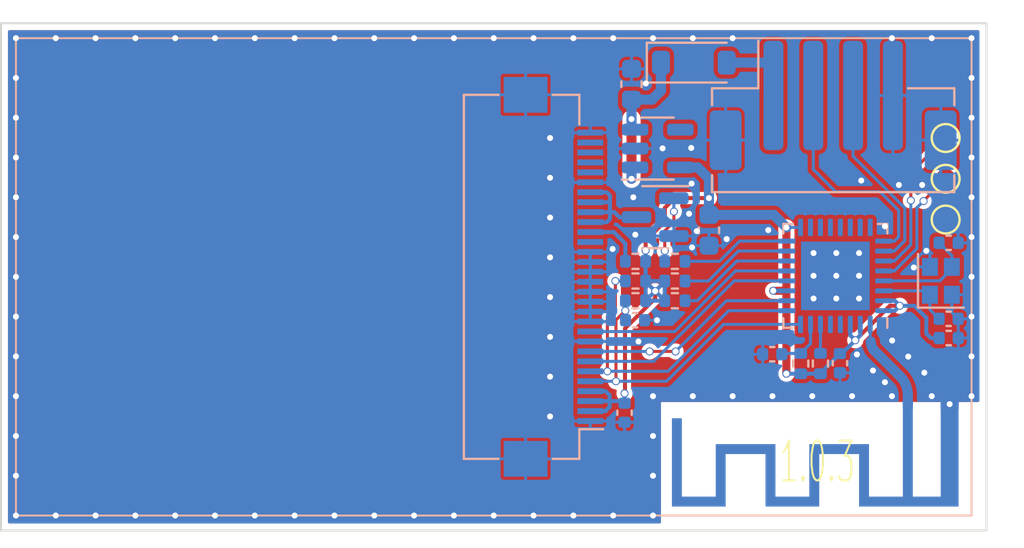
<source format=kicad_pcb>
(kicad_pcb (version 20221018) (generator pcbnew)
  (layers (0 "F.Cu" signal) (31 "B.Cu" signal) (34 "B.Paste" user) (35 "F.Paste" user) (36 "B.SilkS" user "B.Silkscreen") (37 "F.SilkS" user "F.Silkscreen") (38 "B.Mask" user) (39 "F.Mask" user) (44 "Edge.Cuts" user))
  (net 0 "")
  (net 1 "/MCU_LNA")
  (net 2 "GND")
  (net 3 "/USB_VCC")
  (net 4 "/MCU_VCC")
  (net 5 "/40M_P")
  (net 6 "/40M_N")
  (net 7 "/MCU_RST")
  (net 8 "/USB_DP")
  (net 9 "/DBG_TX")
  (net 10 "/DBG_RX")
  (net 11 "/MCU_IO9")
  (net 14 "/MCU_IO2")
  (net 15 "/MCU_IO8")
  (net 23 "/USB_DN")
  (net 24 "/TFT_LEDK")
  (net 25 "/TFT_LEDA")
  (net 26 "/TFT_SDI")
  (net 27 "/TFT_DC")
  (net 28 "/TFT_CLK")
  (net 29 "/TFT_CS")
  (net 30 "/TFT_BLK")
  (net 31 "Net-(Q1-B)")
  (net 38 "/TFT_RST")
  (net 39 "Net-(D1-K)")
  (footprint "TestPoint:TestPoint_Pad_D1.0mm" (layer "F.Cu") (at 147.7 66.02 180)
    (fp_text reference "TP6")
    (fp_text value "TestPoint")
    (pad "1" smd circle (at 0 0 180) (size 1 1) (layers "F.Cu" "F.Mask") (net 10 "/DBG_RX"))
  )
  (footprint "TestPoint:TestPoint_Pad_D1.0mm" (layer "F.Cu") (at 147.7 68.07 180)
    (fp_text reference "TP5")
    (fp_text value "TestPoint")
    (pad "1" smd circle (at 0 0 180) (size 1 1) (layers "F.Cu" "F.Mask") (net 9 "/DBG_TX"))
  )
  (footprint "TestPoint:TestPoint_Pad_D1.0mm" (layer "F.Cu") (at 147.7 70.12 180)
    (fp_text reference "TP7")
    (fp_text value "TestPoint")
    (pad "1" smd circle (at 0 0 180) (size 1 1) (layers "F.Cu" "F.Mask") (net 2 "GND"))
  )
  (footprint "Capacitor_SMD:C_0603_1608Metric" (layer "B.Cu") (at 131.92 63.315 90)
    (fp_text reference "C1")
    (fp_text value "106")
    (pad "1" smd roundrect (at -0.775 0 90) (size 0.9 0.95) (layers "B.Cu" "B.Paste" "B.Mask") (net 39 "Net-(D1-K)"))
    (pad "2" smd roundrect (at 0.775 0 90) (size 0.9 0.95) (layers "B.Cu" "B.Paste" "B.Mask") (net 2 "GND"))
  )
  (footprint "Capacitor_SMD:C_0402_1005Metric" (layer "B.Cu") (at 147.85 71.29 180)
    (fp_text reference "C4")
    (fp_text value "150")
    (pad "1" smd roundrect (at -0.48 0 180) (size 0.56 0.62) (layers "B.Cu" "B.Paste" "B.Mask") (net 2 "GND"))
    (pad "2" smd roundrect (at 0.48 0 180) (size 0.56 0.62) (layers "B.Cu" "B.Paste" "B.Mask") (net 6 "/40M_N"))
  )
  (footprint "Resistor_SMD:R_0402_1005Metric" (layer "B.Cu") (at 140.42 77.36 90)
    (fp_text reference "R1")
    (fp_text value "10K")
    (pad "1" smd roundrect (at -0.51 0 90) (size 0.54 0.64) (layers "B.Cu" "B.Paste" "B.Mask") (net 4 "/MCU_VCC"))
    (pad "2" smd roundrect (at 0.51 0 90) (size 0.54 0.64) (layers "B.Cu" "B.Paste" "B.Mask") (net 7 "/MCU_RST"))
  )
  (footprint "Package_DFN_QFN:QFN-32-1EP_5x5mm_P0.5mm_EP3.45x3.45mm" (layer "B.Cu") (at 142.16 72.9525 90)
    (fp_text reference "U2")
    (fp_text value "ESP32-C3")
    (pad "1" smd roundrect (at -2.4375 1.75 90) (size 0.875 0.25) (layers "B.Cu" "B.Paste" "B.Mask") (net 1 "/MCU_LNA"))
    (pad "2" smd roundrect (at -2.4375 1.25 90) (size 0.875 0.25) (layers "B.Cu" "B.Paste" "B.Mask") (net 4 "/MCU_VCC"))
    (pad "3" smd roundrect (at -2.4375 0.75 90) (size 0.875 0.25) (layers "B.Cu" "B.Paste" "B.Mask") (net 4 "/MCU_VCC"))
    (pad "4" smd roundrect (at -2.4375 0.25 90) (size 0.875 0.25) (layers "B.Cu" "B.Paste" "B.Mask"))
    (pad "5" smd roundrect (at -2.4375 -0.25 90) (size 0.875 0.25) (layers "B.Cu" "B.Paste" "B.Mask"))
    (pad "6" smd roundrect (at -2.4375 -0.75 90) (size 0.875 0.25) (layers "B.Cu" "B.Paste" "B.Mask") (net 14 "/MCU_IO2"))
    (pad "7" smd roundrect (at -2.4375 -1.25 90) (size 0.875 0.25) (layers "B.Cu" "B.Paste" "B.Mask") (net 7 "/MCU_RST"))
    (pad "8" smd roundrect (at -2.4375 -1.75 90) (size 0.875 0.25) (layers "B.Cu" "B.Paste" "B.Mask") (net 38 "/TFT_RST"))
    (pad "9" smd roundrect (at -1.75 -2.4375 90) (size 0.25 0.875) (layers "B.Cu" "B.Paste" "B.Mask") (net 29 "/TFT_CS"))
    (pad "10" smd roundrect (at -1.25 -2.4375 90) (size 0.25 0.875) (layers "B.Cu" "B.Paste" "B.Mask") (net 27 "/TFT_DC"))
    (pad "11" smd roundrect (at -0.75 -2.4375 90) (size 0.25 0.875) (layers "B.Cu" "B.Paste" "B.Mask") (net 4 "/MCU_VCC"))
    (pad "12" smd roundrect (at -0.25 -2.4375 90) (size 0.25 0.875) (layers "B.Cu" "B.Paste" "B.Mask") (net 28 "/TFT_CLK"))
    (pad "13" smd roundrect (at 0.25 -2.4375 90) (size 0.25 0.875) (layers "B.Cu" "B.Paste" "B.Mask") (net 26 "/TFT_SDI"))
    (pad "14" smd roundrect (at 0.75 -2.4375 90) (size 0.25 0.875) (layers "B.Cu" "B.Paste" "B.Mask") (net 15 "/MCU_IO8"))
    (pad "15" smd roundrect (at 1.25 -2.4375 90) (size 0.25 0.875) (layers "B.Cu" "B.Paste" "B.Mask") (net 11 "/MCU_IO9"))
    (pad "16" smd roundrect (at 1.75 -2.4375 90) (size 0.25 0.875) (layers "B.Cu" "B.Paste" "B.Mask") (net 30 "/TFT_BLK"))
    (pad "17" smd roundrect (at 2.4375 -1.75 90) (size 0.875 0.25) (layers "B.Cu" "B.Paste" "B.Mask") (net 4 "/MCU_VCC"))
    (pad "18" smd roundrect (at 2.4375 -1.25 90) (size 0.875 0.25) (layers "B.Cu" "B.Paste" "B.Mask"))
    (pad "19" smd roundrect (at 2.4375 -0.75 90) (size 0.875 0.25) (layers "B.Cu" "B.Paste" "B.Mask"))
    (pad "20" smd roundrect (at 2.4375 -0.25 90) (size 0.875 0.25) (layers "B.Cu" "B.Paste" "B.Mask"))
    (pad "21" smd roundrect (at 2.4375 0.25 90) (size 0.875 0.25) (layers "B.Cu" "B.Paste" "B.Mask"))
    (pad "22" smd roundrect (at 2.4375 0.75 90) (size 0.875 0.25) (layers "B.Cu" "B.Paste" "B.Mask"))
    (pad "23" smd roundrect (at 2.4375 1.25 90) (size 0.875 0.25) (layers "B.Cu" "B.Paste" "B.Mask"))
    (pad "24" smd roundrect (at 2.4375 1.75 90) (size 0.875 0.25) (layers "B.Cu" "B.Paste" "B.Mask"))
    (pad "25" smd roundrect (at 1.75 2.4375 90) (size 0.25 0.875) (layers "B.Cu" "B.Paste" "B.Mask") (net 23 "/USB_DN"))
    (pad "26" smd roundrect (at 1.25 2.4375 90) (size 0.25 0.875) (layers "B.Cu" "B.Paste" "B.Mask") (net 8 "/USB_DP"))
    (pad "27" smd roundrect (at 0.75 2.4375 90) (size 0.25 0.875) (layers "B.Cu" "B.Paste" "B.Mask") (net 10 "/DBG_RX"))
    (pad "28" smd roundrect (at 0.25 2.4375 90) (size 0.25 0.875) (layers "B.Cu" "B.Paste" "B.Mask") (net 9 "/DBG_TX"))
    (pad "29" smd roundrect (at -0.25 2.4375 90) (size 0.25 0.875) (layers "B.Cu" "B.Paste" "B.Mask") (net 6 "/40M_N"))
    (pad "30" smd roundrect (at -0.75 2.4375 90) (size 0.25 0.875) (layers "B.Cu" "B.Paste" "B.Mask") (net 5 "/40M_P"))
    (pad "31" smd roundrect (at -1.25 2.4375 90) (size 0.25 0.875) (layers "B.Cu" "B.Paste" "B.Mask") (net 4 "/MCU_VCC"))
    (pad "32" smd roundrect (at -1.75 2.4375 90) (size 0.25 0.875) (layers "B.Cu" "B.Paste" "B.Mask") (net 4 "/MCU_VCC"))
    (pad "33" smd rect (at 0 0 90) (size 3.45 3.45) (layers "B.Cu" "B.Mask") (net 2 "GND"))
  )
  (footprint "Resistor_SMD:R_0402_1005Metric" (layer "B.Cu") (at 134.1 73.21)
    (fp_text reference "R4")
    (fp_text value "10K")
    (pad "1" smd roundrect (at -0.51 0) (size 0.54 0.64) (layers "B.Cu" "B.Paste" "B.Mask") (net 4 "/MCU_VCC"))
    (pad "2" smd roundrect (at 0.51 0) (size 0.54 0.64) (layers "B.Cu" "B.Paste" "B.Mask") (net 11 "/MCU_IO9"))
  )
  (footprint "Connector_JST:JST_PH_B4B-PH-SM4-TB_1x04-1MP_P2.00mm_Vertical" (layer "B.Cu") (at 142.05 64.38)
    (fp_text reference "J2")
    (fp_text value "Conn_01x04_MountingPin")
    (pad "1" smd roundrect (at -3 -0.5) (size 1 5.5) (layers "B.Cu" "B.Paste" "B.Mask") (net 3 "/USB_VCC"))
    (pad "2" smd roundrect (at -1 -0.5) (size 1 5.5) (layers "B.Cu" "B.Paste" "B.Mask") (net 23 "/USB_DN"))
    (pad "3" smd roundrect (at 1 -0.5) (size 1 5.5) (layers "B.Cu" "B.Paste" "B.Mask") (net 8 "/USB_DP"))
    (pad "4" smd roundrect (at 3 -0.5) (size 1 5.5) (layers "B.Cu" "B.Paste" "B.Mask") (net 2 "GND"))
    (pad "MP" smd roundrect (at -5.4 1.75) (size 1.6 3) (layers "B.Cu" "B.Paste" "B.Mask") (roundrect_rratio 0.15625) (net 2 "GND"))
    (pad "MP" smd roundrect (at 5.4 1.75) (size 1.6 3) (layers "B.Cu" "B.Paste" "B.Mask") (roundrect_rratio 0.15625) (net 2 "GND"))
  )
  (footprint "RF_Antenna:Texas_SWRA117D_2.4GHz_Left" (layer "B.Cu") (at 145.8 79.4)
    (fp_text reference "AE1")
    (fp_text value "Antenna_Dipole")
    (fp_poly (pts (xy -2.45 2.51) (xy -4.45 2.51) (xy -4.45 5.15) (xy -7.15 5.15) (xy -7.15 2.51) (xy -9.15 2.51) (xy -9.15 5.15) (xy -11.85 5.15) (xy -11.85 0.71) (xy -11.35 0.71) (xy -11.35 4.65) (xy -9.65 4.65) (xy -9.65 2.01) (xy -6.65 2.01) (xy -6.65 4.65) (xy -4.95 4.65) (xy -4.95 2.01) (xy -1.95 2.01) (xy -1.95 4.65) (xy -0.25 4.65) (xy -0.25 -0.25) (xy 0.25 -0.25) (xy 0.25 4.65) (xy 1.65 4.65) (xy 1.65 -0.25) (xy 2.55 -0.25) (xy 2.55 -0.006785) (xy 2.247583 -0.006785) (xy 2.237742 -0.054395) (xy 2.213674 -0.096797) (xy 2.175731 -0.129581) (xy 2.167819 -0.133935) (xy 2.125156 -0.146043) (xy 2.076637 -0.1453) (xy 2.031122 -0.1324) (xy 2.012511 -0.121787) (xy 1.978868 -0.086553) (xy 1.958309 -0.041368) (xy 1.951778 0.008158) (xy 1.960218 0.056417) (xy 1.977112 0.088643) (xy 2.012372 0.121313) (xy 2.057682 0.141408) (xy 2.107267 0.147982) (xy 2.155353 0.140092) (xy 2.188245 0.123186) (xy 2.223185 0.086416) (xy 2.242847 0.041622) (xy 2.247583 -0.006785) (xy 2.55 -0.006785) (xy 2.55 5.15) (xy -2.45 5.15) (xy -2.45 2.51)) (fill solid) (layer "B.Cu"))
    (pad "1" connect rect (at 0 0) (size 0.5 0.5) (layers "B.Cu") (net 1 "/MCU_LNA"))
    (pad "2" thru_hole rect (at 2.1 0) (size 0.9 0.5) (drill 0.3) (layers "*.Cu") (net 2 "GND"))
  )
  (footprint "Resistor_SMD:R_0402_1005Metric" (layer "B.Cu") (at 134.100001 74.2)
    (fp_text reference "R3")
    (fp_text value "10K")
    (pad "1" smd roundrect (at -0.51 0) (size 0.54 0.64) (layers "B.Cu" "B.Paste" "B.Mask") (net 4 "/MCU_VCC"))
    (pad "2" smd roundrect (at 0.51 0) (size 0.54 0.64) (layers "B.Cu" "B.Paste" "B.Mask") (net 15 "/MCU_IO8"))
  )
  (footprint "Connector_FFC-FPC:Hirose_FH12-30S-0.5SH_1x30-1MP_P0.50mm_Horizontal" (layer "B.Cu") (at 128 73 90)
    (fp_text reference "J1")
    (fp_text value "TFT")
    (pad "1" smd rect (at -7.25 1.85 90) (size 0.3 1.3) (layers "B.Cu" "B.Paste" "B.Mask") (net 2 "GND"))
    (pad "2" smd rect (at -6.75 1.85 90) (size 0.3 1.3) (layers "B.Cu" "B.Paste" "B.Mask") (net 4 "/MCU_VCC"))
    (pad "3" smd rect (at -6.25 1.85 90) (size 0.3 1.3) (layers "B.Cu" "B.Paste" "B.Mask") (net 4 "/MCU_VCC"))
    (pad "4" smd rect (at -5.75 1.85 90) (size 0.3 1.3) (layers "B.Cu" "B.Paste" "B.Mask") (net 4 "/MCU_VCC"))
    (pad "5" smd rect (at -5.25 1.85 90) (size 0.3 1.3) (layers "B.Cu" "B.Paste" "B.Mask") (net 38 "/TFT_RST"))
    (pad "6" smd rect (at -4.75 1.85 90) (size 0.3 1.3) (layers "B.Cu" "B.Paste" "B.Mask") (net 29 "/TFT_CS"))
    (pad "7" smd rect (at -4.25 1.85 90) (size 0.3 1.3) (layers "B.Cu" "B.Paste" "B.Mask") (net 28 "/TFT_CLK"))
    (pad "8" smd rect (at -3.75 1.85 90) (size 0.3 1.3) (layers "B.Cu" "B.Paste" "B.Mask") (net 27 "/TFT_DC"))
    (pad "9" smd rect (at -3.25 1.85 90) (size 0.3 1.3) (layers "B.Cu" "B.Paste" "B.Mask") (net 2 "GND"))
    (pad "10" smd rect (at -2.75 1.85 90) (size 0.3 1.3) (layers "B.Cu" "B.Paste" "B.Mask") (net 26 "/TFT_SDI"))
    (pad "11" smd rect (at -2.25 1.85 90) (size 0.3 1.3) (layers "B.Cu" "B.Paste" "B.Mask") (net 2 "GND"))
    (pad "12" smd rect (at -1.75 1.85 90) (size 0.3 1.3) (layers "B.Cu" "B.Paste" "B.Mask") (net 2 "GND"))
    (pad "13" smd rect (at -1.25 1.85 90) (size 0.3 1.3) (layers "B.Cu" "B.Paste" "B.Mask") (net 2 "GND"))
    (pad "14" smd rect (at -0.75 1.85 90) (size 0.3 1.3) (layers "B.Cu" "B.Paste" "B.Mask") (net 2 "GND"))
    (pad "15" smd rect (at -0.25 1.85 90) (size 0.3 1.3) (layers "B.Cu" "B.Paste" "B.Mask") (net 2 "GND"))
    (pad "16" smd rect (at 0.25 1.85 90) (size 0.3 1.3) (layers "B.Cu" "B.Paste" "B.Mask") (net 2 "GND"))
    (pad "17" smd rect (at 0.75 1.85 90) (size 0.3 1.3) (layers "B.Cu" "B.Paste" "B.Mask") (net 2 "GND"))
    (pad "18" smd rect (at 1.25 1.85 90) (size 0.3 1.3) (layers "B.Cu" "B.Paste" "B.Mask") (net 2 "GND"))
    (pad "19" smd rect (at 1.75 1.85 90) (size 0.3 1.3) (layers "B.Cu" "B.Paste" "B.Mask"))
    (pad "20" smd rect (at 2.25 1.85 90) (size 0.3 1.3) (layers "B.Cu" "B.Paste" "B.Mask") (net 25 "/TFT_LEDA"))
    (pad "21" smd rect (at 2.75 1.85 90) (size 0.3 1.3) (layers "B.Cu" "B.Paste" "B.Mask") (net 24 "/TFT_LEDK"))
    (pad "22" smd rect (at 3.25 1.85 90) (size 0.3 1.3) (layers "B.Cu" "B.Paste" "B.Mask") (net 24 "/TFT_LEDK"))
    (pad "23" smd rect (at 3.75 1.85 90) (size 0.3 1.3) (layers "B.Cu" "B.Paste" "B.Mask") (net 24 "/TFT_LEDK"))
    (pad "24" smd rect (at 4.25 1.85 90) (size 0.3 1.3) (layers "B.Cu" "B.Paste" "B.Mask") (net 24 "/TFT_LEDK"))
    (pad "25" smd rect (at 4.75 1.85 90) (size 0.3 1.3) (layers "B.Cu" "B.Paste" "B.Mask") (net 2 "GND"))
    (pad "26" smd rect (at 5.25 1.85 90) (size 0.3 1.3) (layers "B.Cu" "B.Paste" "B.Mask"))
    (pad "27" smd rect (at 5.75 1.85 90) (size 0.3 1.3) (layers "B.Cu" "B.Paste" "B.Mask"))
    (pad "28" smd rect (at 6.25 1.85 90) (size 0.3 1.3) (layers "B.Cu" "B.Paste" "B.Mask"))
    (pad "29" smd rect (at 6.75 1.85 90) (size 0.3 1.3) (layers "B.Cu" "B.Paste" "B.Mask"))
    (pad "30" smd rect (at 7.25 1.85 90) (size 0.3 1.3) (layers "B.Cu" "B.Paste" "B.Mask") (net 2 "GND"))
    (pad "MP" smd rect (at -9.15 -1.4 90) (size 1.8 2.2) (layers "B.Cu" "B.Paste" "B.Mask") (net 2 "GND"))
    (pad "MP" smd rect (at 9.15 -1.4 90) (size 1.8 2.2) (layers "B.Cu" "B.Paste" "B.Mask") (net 2 "GND"))
  )
  (footprint "Capacitor_SMD:C_0402_1005Metric" (layer "B.Cu") (at 147.85 75.11 180)
    (fp_text reference "C3")
    (fp_text value "150")
    (pad "1" smd roundrect (at -0.48 0 180) (size 0.56 0.62) (layers "B.Cu" "B.Paste" "B.Mask") (net 2 "GND"))
    (pad "2" smd roundrect (at 0.48 0 180) (size 0.56 0.62) (layers "B.Cu" "B.Paste" "B.Mask") (net 5 "/40M_P"))
  )
  (footprint "Capacitor_SMD:C_0402_1005Metric" (layer "B.Cu") (at 142.39 77.34 90)
    (fp_text reference "C8")
    (fp_text value "104")
    (pad "1" smd roundrect (at -0.48 0 90) (size 0.56 0.62) (layers "B.Cu" "B.Paste" "B.Mask") (net 2 "GND"))
    (pad "2" smd roundrect (at 0.48 0 90) (size 0.56 0.62) (layers "B.Cu" "B.Paste" "B.Mask") (net 4 "/MCU_VCC"))
  )
  (footprint "Resistor_SMD:R_0402_1005Metric" (layer "B.Cu") (at 141.41 77.36 90)
    (fp_text reference "R2")
    (fp_text value "10K")
    (pad "1" smd roundrect (at -0.51 0 90) (size 0.54 0.64) (layers "B.Cu" "B.Paste" "B.Mask") (net 4 "/MCU_VCC"))
    (pad "2" smd roundrect (at 0.51 0 90) (size 0.54 0.64) (layers "B.Cu" "B.Paste" "B.Mask") (net 14 "/MCU_IO2"))
  )
  (footprint "Resistor_SMD:R_0402_1005Metric" (layer "B.Cu") (at 134.1 72.22 180)
    (fp_text reference "R8")
    (fp_text value "1K")
    (pad "1" smd roundrect (at -0.51 0 180) (size 0.54 0.64) (layers "B.Cu" "B.Paste" "B.Mask") (net 30 "/TFT_BLK"))
    (pad "2" smd roundrect (at 0.51 0 180) (size 0.54 0.64) (layers "B.Cu" "B.Paste" "B.Mask") (net 31 "Net-(Q1-B)"))
  )
  (footprint "Diode_SMD:D_SOD-123" (layer "B.Cu") (at 135.05 62.23)
    (fp_text reference "D1")
    (fp_text value "D")
    (pad "1" smd roundrect (at -1.65 0) (size 0.9 1.2) (layers "B.Cu" "B.Paste" "B.Mask") (net 39 "Net-(D1-K)"))
    (pad "2" smd roundrect (at 1.65 0) (size 0.9 1.2) (layers "B.Cu" "B.Paste" "B.Mask") (net 3 "/USB_VCC"))
  )
  (footprint "Package_TO_SOT_SMD:SOT-23-5" (layer "B.Cu") (at 133.2375 66.55)
    (fp_text reference "U1")
    (fp_text value "RT9013-33GB")
    (pad "1" smd roundrect (at -1.1375 0.95) (size 1.325 0.6) (layers "B.Cu" "B.Paste" "B.Mask") (net 39 "Net-(D1-K)"))
    (pad "2" smd roundrect (at -1.1375 0) (size 1.325 0.6) (layers "B.Cu" "B.Paste" "B.Mask") (net 2 "GND"))
    (pad "3" smd roundrect (at -1.1375 -0.95) (size 1.325 0.6) (layers "B.Cu" "B.Paste" "B.Mask") (net 39 "Net-(D1-K)"))
    (pad "4" smd roundrect (at 1.1375 -0.95) (size 1.325 0.6) (layers "B.Cu" "B.Paste" "B.Mask"))
    (pad "5" smd roundrect (at 1.1375 0.95) (size 1.325 0.6) (layers "B.Cu" "B.Paste" "B.Mask") (net 4 "/MCU_VCC"))
  )
  (footprint "Crystal:Crystal_SMD_2016-4Pin_2.0x1.6mm" (layer "B.Cu") (at 147.46 73.2 90)
    (fp_text reference "Y1")
    (fp_text value "40MHz")
    (pad "1" smd rect (at -0.7 -0.55 90) (size 0.9 0.8) (layers "B.Cu" "B.Paste" "B.Mask") (net 5 "/40M_P"))
    (pad "2" smd rect (at 0.7 -0.55 90) (size 0.9 0.8) (layers "B.Cu" "B.Paste" "B.Mask") (net 2 "GND"))
    (pad "3" smd rect (at 0.7 0.55 90) (size 0.9 0.8) (layers "B.Cu" "B.Paste" "B.Mask") (net 6 "/40M_N"))
    (pad "4" smd rect (at -0.7 0.55 90) (size 0.9 0.8) (layers "B.Cu" "B.Paste" "B.Mask") (net 2 "GND"))
  )
  (footprint "Capacitor_SMD:C_0402_1005Metric" (layer "B.Cu") (at 138.99 76.89 180)
    (fp_text reference "C5")
    (fp_text value "104")
    (pad "1" smd roundrect (at -0.48 0 180) (size 0.56 0.62) (layers "B.Cu" "B.Paste" "B.Mask") (net 7 "/MCU_RST"))
    (pad "2" smd roundrect (at 0.48 0 180) (size 0.56 0.62) (layers "B.Cu" "B.Paste" "B.Mask") (net 2 "GND"))
  )
  (footprint "Capacitor_SMD:C_0603_1608Metric" (layer "B.Cu") (at 135.81 70.66 -90)
    (fp_text reference "C2")
    (fp_text value "106")
    (pad "1" smd roundrect (at -0.775 0 270) (size 0.9 0.95) (layers "B.Cu" "B.Paste" "B.Mask") (net 4 "/MCU_VCC"))
    (pad "2" smd roundrect (at 0.775 0 270) (size 0.9 0.95) (layers "B.Cu" "B.Paste" "B.Mask") (net 2 "GND"))
  )
  (footprint "Package_TO_SOT_SMD:SOT-23" (layer "B.Cu") (at 133.11 70 180)
    (fp_text reference "Q1")
    (fp_text value "SS8050")
    (pad "1" smd roundrect (at -0.9375 0.95 180) (size 1.475 0.6) (layers "B.Cu" "B.Paste" "B.Mask") (net 31 "Net-(Q1-B)"))
    (pad "2" smd roundrect (at -0.9375 -0.95 180) (size 1.475 0.6) (layers "B.Cu" "B.Paste" "B.Mask") (net 2 "GND"))
    (pad "3" smd roundrect (at 0.9375 0 180) (size 1.475 0.6) (layers "B.Cu" "B.Paste" "B.Mask") (net 24 "/TFT_LEDK"))
  )
  (footprint "Resistor_SMD:R_0402_1005Metric" (layer "B.Cu") (at 132.12 73.21 180)
    (fp_text reference "R6")
    (fp_text value "10K")
    (pad "1" smd roundrect (at -0.51 0 180) (size 0.54 0.64) (layers "B.Cu" "B.Paste" "B.Mask") (net 4 "/MCU_VCC"))
    (pad "2" smd roundrect (at 0.51 0 180) (size 0.54 0.64) (layers "B.Cu" "B.Paste" "B.Mask") (net 29 "/TFT_CS"))
  )
  (footprint "Resistor_SMD:R_0402_1005Metric" (layer "B.Cu") (at 132.12 74.2 180)
    (fp_text reference "R5")
    (fp_text value "10K")
    (pad "1" smd roundrect (at -0.51 0 180) (size 0.54 0.64) (layers "B.Cu" "B.Paste" "B.Mask") (net 4 "/MCU_VCC"))
    (pad "2" smd roundrect (at 0.51 0 180) (size 0.54 0.64) (layers "B.Cu" "B.Paste" "B.Mask") (net 38 "/TFT_RST"))
  )
  (footprint "Capacitor_SMD:C_0402_1005Metric" (layer "B.Cu") (at 131.57 79.83 90)
    (fp_text reference "C7")
    (fp_text value "104")
    (pad "1" smd roundrect (at -0.48 0 90) (size 0.56 0.62) (layers "B.Cu" "B.Paste" "B.Mask") (net 2 "GND"))
    (pad "2" smd roundrect (at 0.48 0 90) (size 0.56 0.62) (layers "B.Cu" "B.Paste" "B.Mask") (net 4 "/MCU_VCC"))
  )
  (footprint "Capacitor_SMD:C_0402_1005Metric" (layer "B.Cu") (at 147.8525 76.0775 180)
    (fp_text reference "C9")
    (fp_text value "104")
    (pad "1" smd roundrect (at -0.48 0 180) (size 0.56 0.62) (layers "B.Cu" "B.Paste" "B.Mask") (net 2 "GND"))
    (pad "2" smd roundrect (at 0.48 0 180) (size 0.56 0.62) (layers "B.Cu" "B.Paste" "B.Mask") (net 4 "/MCU_VCC"))
  )
  (footprint "Resistor_SMD:R_0402_1005Metric" (layer "B.Cu") (at 132.12 72.22 180)
    (fp_text reference "R7")
    (fp_text value "10R")
    (pad "1" smd roundrect (at -0.51 0 180) (size 0.54 0.64) (layers "B.Cu" "B.Paste" "B.Mask") (net 4 "/MCU_VCC"))
    (pad "2" smd roundrect (at 0.51 0 180) (size 0.54 0.64) (layers "B.Cu" "B.Paste" "B.Mask") (net 25 "/TFT_LEDA"))
  )
  (footprint "Capacitor_SMD:C_0402_1005Metric" (layer "B.Cu") (at 132.1 75.18)
    (fp_text reference "C6")
    (fp_text value "104")
    (pad "1" smd roundrect (at -0.48 0) (size 0.56 0.62) (layers "B.Cu" "B.Paste" "B.Mask") (net 38 "/TFT_RST"))
    (pad "2" smd roundrect (at 0.48 0) (size 0.56 0.62) (layers "B.Cu" "B.Paste" "B.Mask") (net 2 "GND"))
  )
  (gr_line (start 101 85) (end 101 61) (stroke (width 0.1)) (layer "B.SilkS"))
  (gr_line (start 149 61) (end 149 85) (stroke (width 0.1)) (layer "B.SilkS"))
  (gr_line (start 101 61) (end 149 61) (stroke (width 0.1)) (layer "B.SilkS"))
  (gr_line (start 149 85) (end 101 85) (stroke (width 0.1)) (layer "B.SilkS"))
  (gr_line (start 100.25 60.25) (end 149.75 60.25) (stroke (width 0.1)) (layer "Edge.Cuts"))
  (gr_line (start 149.75 60.25) (end 149.75 85.75) (stroke (width 0.1)) (layer "Edge.Cuts"))
  (gr_line (start 149.75 85.75) (end 100.25 85.75) (stroke (width 0.1)) (layer "Edge.Cuts"))
  (gr_line (start 100.25 85.75) (end 100.25 60.25) (stroke (width 0.1)) (layer "Edge.Cuts"))
  (gr_text "1.0.3" (at 139.28 83.48) (layer "F.SilkS") (effects (font (size 2 1) (thickness 0.1) bold) (justify left bottom)))
  (segment (start 145.41 78) (end 144.137991 76.727991) (width 0.508) (layer "B.Cu") (net 1))
  (segment (start 143.91 75.39) (end 143.91 76.177574) (width 0.1524) (layer "B.Cu") (net 1))
  (segment (start 145.8 79.4) (end 145.8 78.941543) (width 0.508) (layer "B.Cu") (net 1))
  (arc (start 145.8 78.941543) (mid 145.698643 78.431984) (end 145.41 78) (width 0.508) (layer "B.Cu") (net 1))
  (arc (start 143.91 76.177574) (mid 143.917796 76.21677) (end 143.94 76.25) (width 0.1524) (layer "B.Cu") (net 1))
  (arc (start 144.137991 76.727991) (mid 143.991457 76.508687) (end 143.94 76.25) (width 0.508) (layer "B.Cu") (net 1))
  (via (at 125 61) (size 0.4) (drill 0.3) (layers "F.Cu" "B.Cu") (net 2))
  (via (at 129 85) (size 0.4) (drill 0.3) (layers "F.Cu" "B.Cu") (net 2))
  (via (at 117 61) (size 0.4) (drill 0.3) (layers "F.Cu" "B.Cu") (net 2))
  (via (at 101 81) (size 0.4) (drill 0.3) (layers "F.Cu" "B.Cu") (net 2))
  (via (at 141.064 71.804) (size 0.4) (drill 0.3) (layers "F.Cu" "B.Cu") (net 2))
  (via (at 137 79) (size 0.4) (drill 0.3) (layers "F.Cu" "B.Cu") (net 2))
  (via (at 146.628223 77.818223) (size 0.4) (drill 0.3) (layers "F.Cu" "B.Cu") (net 2))
  (via (at 113 85) (size 0.4) (drill 0.3) (layers "F.Cu" "B.Cu") (net 2))
  (via (at 136.7 71.1) (size 0.4) (drill 0.3) (layers "F.Cu" "B.Cu") (net 2))
  (via (at 144.05 77.71) (size 0.4) (drill 0.3) (layers "F.Cu" "B.Cu") (net 2))
  (via (at 134.94 68.31) (size 0.4) (drill 0.3) (layers "F.Cu" "B.Cu") (net 2))
  (via (at 111 85) (size 0.4) (drill 0.3) (layers "F.Cu" "B.Cu") (net 2))
  (via (at 101 75) (size 0.4) (drill 0.3) (layers "F.Cu" "B.Cu") (net 2))
  (via (at 133 61) (size 0.4) (drill 0.3) (layers "F.Cu" "B.Cu") (net 2))
  (via (at 143.35 71.804) (size 0.4) (drill 0.3) (layers "F.Cu" "B.Cu") (net 2))
  (via (at 127.83 70.02) (size 0.4) (drill 0.3) (layers "F.Cu" "B.Cu") (net 2))
  (via (at 117 85) (size 0.4) (drill 0.3) (layers "F.Cu" "B.Cu") (net 2))
  (via (at 138.79 70.65) (size 0.4) (drill 0.3) (layers "F.Cu" "B.Cu") (net 2))
  (via (at 146.1 72.53) (size 0.4) (drill 0.3) (layers "F.Cu" "B.Cu") (net 2))
  (via (at 145.82 77.01) (size 0.4) (drill 0.3) (layers "F.Cu" "B.Cu") (net 2))
  (via (at 144.65 70.46) (size 0.4) (drill 0.3) (layers "F.Cu" "B.Cu") (net 2))
  (via (at 125 85) (size 0.4) (drill 0.3) (layers "F.Cu" "B.Cu") (net 2))
  (via (at 143.241777 76.901777) (size 0.4) (drill 0.3) (layers "F.Cu" "B.Cu") (net 2))
  (via (at 145.011777 76.201777) (size 0.4) (drill 0.3) (layers "F.Cu" "B.Cu") (net 2))
  (via (at 119 85) (size 0.4) (drill 0.3) (layers "F.Cu" "B.Cu") (net 2))
  (via (at 133.2 75.18) (size 0.4) (drill 0.3) (layers "F.Cu" "B.Cu") (net 2))
  (via (at 134.81 69.83) (size 0.4) (drill 0.3) (layers "F.Cu" "B.Cu") (net 2))
  (via (at 113 61) (size 0.4) (drill 0.3) (layers "F.Cu" "B.Cu") (net 2))
  (via (at 149 71) (size 0.4) (drill 0.3) (layers "F.Cu" "B.Cu") (net 2))
  (via (at 127.83 78.02) (size 0.4) (drill 0.3) (layers "F.Cu" "B.Cu") (net 2))
  (via (at 127.83 80.02) (size 0.4) (drill 0.3) (layers "F.Cu" "B.Cu") (net 2))
  (via (at 149 61) (size 0.4) (drill 0.3) (layers "F.Cu" "B.Cu") (net 2))
  (via (at 121 85) (size 0.4) (drill 0.3) (layers "F.Cu" "B.Cu") (net 2))
  (via (at 101 85) (size 0.4) (drill 0.3) (layers "F.Cu" "B.Cu") (net 2))
  (via (at 101 65) (size 0.4) (drill 0.3) (layers "F.Cu" "B.Cu") (net 2))
  (via (at 135.2 70.7) (size 0.4) (drill 0.3) (layers "F.Cu" "B.Cu") (net 2))
  (via (at 132.64 63.28) (size 0.4) (drill 0.3) (layers "F.Cu" "B.Cu") (net 2))
  (via (at 123 85) (size 0.4) (drill 0.3) (layers "F.Cu" "B.Cu") (net 2))
  (via (at 101 69) (size 0.4) (drill 0.3) (layers "F.Cu" "B.Cu") (net 2))
  (via (at 123 61) (size 0.4) (drill 0.3) (layers "F.Cu" "B.Cu") (net 2))
  (via (at 147 61) (size 0.4) (drill 0.3) (layers "F.Cu" "B.Cu") (net 2))
  (via (at 131 85) (size 0.4) (drill 0.3) (layers "F.Cu" "B.Cu") (net 2))
  (via (at 109 85) (size 0.4) (drill 0.3) (layers "F.Cu" "B.Cu") (net 2))
  (via (at 146.73 71.69) (size 0.4) (drill 0.3) (layers "F.Cu" "B.Cu") (net 2))
  (via (at 130.97 71.6) (size 0.4) (drill 0.3) (layers "F.Cu" "B.Cu") (net 2))
  (via (at 107 61) (size 0.4) (drill 0.3) (layers "F.Cu" "B.Cu") (net 2))
  (via (at 143.35 72.947) (size 0.4) (drill 0.3) (layers "F.Cu" "B.Cu") (net 2))
  (via (at 141.064 72.947) (size 0.4) (drill 0.3) (layers "F.Cu" "B.Cu") (net 2))
  (via (at 107 85) (size 0.4) (drill 0.3) (layers "F.Cu" "B.Cu") (net 2))
  (via (at 132.27 76.25) (size 0.4) (drill 0.3) (layers "F.Cu" "B.Cu") (net 2))
  (via (at 127.83 76.02) (size 0.4) (drill 0.3) (layers "F.Cu" "B.Cu") (net 2))
  (via (at 115 61) (size 0.4) (drill 0.3) (layers "F.Cu" "B.Cu") (net 2))
  (via (at 101 83) (size 0.4) (drill 0.3) (layers "F.Cu" "B.Cu") (net 2))
  (via (at 132.11 70.88) (size 0.4) (drill 0.3) (layers "F.Cu" "B.Cu") (net 2))
  (via (at 147 79) (size 0.4) (drill 0.3) (layers "F.Cu" "B.Cu") (net 2))
  (via (at 131 61) (size 0.4) (drill 0.3) (layers "F.Cu" "B.Cu") (net 2))
  (via (at 149 65) (size 0.4) (drill 0.3) (layers "F.Cu" "B.Cu") (net 2))
  (via (at 145 61) (size 0.4) (drill 0.3) (layers "F.Cu" "B.Cu") (net 2))
  (via (at 129 61) (size 0.4) (drill 0.3) (layers "F.Cu" "B.Cu") (net 2))
  (via (at 139 79) (size 0.4) (drill 0.3) (layers "F.Cu" "B.Cu") (net 2))
  (via (at 135 61) (size 0.4) (drill 0.3) (layers "F.Cu" "B.Cu") (net 2))
  (via (at 111 61) (size 0.4) (drill 0.3) (layers "F.Cu" "B.Cu") (net 2))
  (via (at 142.207 71.804) (size 0.4) (drill 0.3) (layers "F.Cu" "B.Cu") (net 2))
  (via (at 101 67) (size 0.4) (drill 0.3) (layers "F.Cu" "B.Cu") (net 2))
  (via (at 149 77) (size 0.4) (drill 0.3) (layers "F.Cu" "B.Cu") (net 2))
  (via (at 101 71) (size 0.4) (drill 0.3) (layers "F.Cu" "B.Cu") (net 2))
  (via (at 133 83) (size 0.4) (drill 0.3) (layers "F.Cu" "B.Cu") (net 2))
  (via (at 141.064 74.09) (size 0.4) (drill 0.3) (layers "F.Cu" "B.Cu") (net 2))
  (via (at 127.83 68.02) (size 0.4) (drill 0.3) (layers "F.Cu" "B.Cu") (net 2))
  (via (at 145 79) (size 0.4) (drill 0.3) (layers "F.Cu" "B.Cu") (net 2))
  (via (at 149 73) (size 0.4) (drill 0.3) (layers "F.Cu" "B.Cu") (net 2))
  (via (at 101 61) (size 0.4) (drill 0.3) (layers "F.Cu" "B.Cu") (net 2))
  (via (at 143.46 68.16) (size 0.4) (drill 0.3) (layers "F.Cu" "B.Cu") (net 2))
  (via (at 133.48 66.54) (size 0.4) (drill 0.3) (layers "F.Cu" "B.Cu") (net 2))
  (via (at 143.35 74.09) (size 0.4) (drill 0.3) (layers "F.Cu" "B.Cu") (net 2))
  (via (at 105 85) (size 0.4) (drill 0.3) (layers "F.Cu" "B.Cu") (net 2))
  (via (at 149 63) (size 0.4) (drill 0.3) (layers "F.Cu" "B.Cu") (net 2))
  (via (at 134.92 66.52) (size 0.4) (drill 0.3) (layers "F.Cu" "B.Cu") (net 2))
  (via (at 101 79) (size 0.4) (drill 0.3) (layers "F.Cu" "B.Cu") (net 2))
  (via (at 144.65 78.3) (size 0.4) (drill 0.3) (layers "F.Cu" "B.Cu") (net 2))
  (via (at 137 61) (size 0.4) (drill 0.3) (layers "F.Cu" "B.Cu") (net 2))
  (via (at 127.83 66.02) (size 0.4) (drill 0.3) (layers "F.Cu" "B.Cu") (net 2))
  (via (at 127 61) (size 0.4) (drill 0.3) (layers "F.Cu" "B.Cu") (net 2))
  (via (at 101 77) (size 0.4) (drill 0.3) (layers "F.Cu" "B.Cu") (net 2))
  (via (at 149 79) (size 0.4) (drill 0.3) (layers "F.Cu" "B.Cu") (net 2))
  (via (at 127.83 74.02) (size 0.4) (drill 0.3) (layers "F.Cu" "B.Cu") (net 2))
  (via (at 115 85) (size 0.4) (drill 0.3) (layers "F.Cu" "B.Cu") (net 2))
  (via (at 145.35 68.38) (size 0.4) (drill 0.3) (layers "F.Cu" "B.Cu") (net 2))
  (via (at 101 63) (size 0.4) (drill 0.3) (layers "F.Cu" "B.Cu") (net 2))
  (via (at 103 61) (size 0.4) (drill 0.3) (layers "F.Cu" "B.Cu") (net 2))
  (via (at 101 73) (size 0.4) (drill 0.3) (layers "F.Cu" "B.Cu") (net 2))
  (via (at 142.207 74.09) (size 0.4) (drill 0.3) (layers "F.Cu" "B.Cu") (net 2))
  (via (at 142.207 72.947) (size 0.4) (drill 0.3) (layers "F.Cu" "B.Cu") (net 2))
  (via (at 132.01 69) (size 0.4) (drill 0.3) (layers "F.Cu" "B.Cu") (net 2))
  (via (at 127 85) (size 0.4) (drill 0.3) (layers "F.Cu" "B.Cu") (net 2))
  (via (at 109 61) (size 0.4) (drill 0.3) (layers "F.Cu" "B.Cu") (net 2))
  (via (at 133 85) (size 0.4) (drill 0.3) (layers "F.Cu" "B.Cu") (net 2))
  (via (at 149 69) (size 0.4) (drill 0.3) (layers "F.Cu" "B.Cu") (net 2))
  (via (at 141 79) (size 0.4) (drill 0.3) (layers "F.Cu" "B.Cu") (net 2))
  (via (at 105 61) (size 0.4) (drill 0.3) (layers "F.Cu" "B.Cu") (net 2))
  (via (at 134.96 71.52) (size 0.4) (drill 0.3) (layers "F.Cu" "B.Cu") (net 2))
  (via (at 143 79) (size 0.4) (drill 0.3) (layers "F.Cu" "B.Cu") (net 2))
  (via (at 119 61) (size 0.4) (drill 0.3) (layers "F.Cu" "B.Cu") (net 2))
  (via (at 133 79) (size 0.4) (drill 0.3) (layers "F.Cu" "B.Cu") (net 2))
  (via (at 135 79) (size 0.4) (drill 0.3) (layers "F.Cu" "B.Cu") (net 2))
  (via (at 103 85) (size 0.4) (drill 0.3) (layers "F.Cu" "B.Cu") (net 2))
  (via (at 121 61) (size 0.4) (drill 0.3) (layers "F.Cu" "B.Cu") (net 2))
  (via (at 146.52 68.38) (size 0.4) (drill 0.3) (layers "F.Cu" "B.Cu") (net 2))
  (via (at 149 67) (size 0.4) (drill 0.3) (layers "F.Cu" "B.Cu") (net 2))
  (via (at 127.83 72.02) (size 0.4) (drill 0.3) (layers "F.Cu" "B.Cu") (net 2))
  (via (at 133 81) (size 0.4) (drill 0.3) (layers "F.Cu" "B.Cu") (net 2))
  (via (at 149 75) (size 0.4) (drill 0.3) (layers "F.Cu" "B.Cu") (net 2))
  (segment (start 146.1 72.53) (end 146.1 72.23) (width 0.1524) (layer "B.Cu") (net 2))
  (segment (start 148.01 73.9) (end 148.01 74.79) (width 0.1524) (layer "B.Cu") (net 2))
  (segment (start 146.1 72.23) (end 146.64 71.69) (width 0.1524) (layer "B.Cu") (net 2))
  (segment (start 132.58 75.18) (end 133.2 75.18) (width 0.1524) (layer "B.Cu") (net 2))
  (segment (start 146.64 71.69) (end 146.73 71.69) (width 0.1524) (layer "B.Cu") (net 2))
  (segment (start 148.01 74.79) (end 148.33 75.11) (width 0.1524) (layer "B.Cu") (net 2))
  (segment (start 136.7 62.23) (end 139.05 62.23) (width 0.508) (layer "B.Cu") (net 3))
  (segment (start 139.05 62.23) (end 139.05 63.88) (width 0.508) (layer "B.Cu") (net 3))
  (segment (start 144.895 74.455) (end 145.395 74.455) (width 0.2032) (layer "F.Cu") (net 4))
  (segment (start 131.57 78.86) (end 131.594 78.836) (width 0.2032) (layer "F.Cu") (net 4))
  (segment (start 139.7 70.52) (end 139.7 73.72) (width 0.4064) (layer "F.Cu") (net 4))
  (segment (start 133.596 70.217026) (end 133.596 69.531947) (width 0.2032) (layer "F.Cu") (net 4))
  (segment (start 132.63 71.183026) (end 133.596 70.217026) (width 0.2032) (layer "F.Cu") (net 4))
  (segment (start 139.04 73.7) (end 139.68 73.7) (width 0.4064) (layer "F.Cu") (net 4))
  (segment (start 131.594 78.836) (end 131.594 75.596) (width 0.2032) (layer "F.Cu") (net 4))
  (segment (start 134.087947 69.04) (end 135.81 69.04) (width 0.2032) (layer "F.Cu") (net 4))
  (segment (start 139.68 73.7) (end 139.7 73.72) (width 0.4064) (layer "F.Cu") (net 4))
  (segment (start 143.16 76.19) (end 144.895 74.455) (width 0.2032) (layer "F.Cu") (net 4))
  (segment (start 131.594 75.596) (end 133.11 74.08) (width 0.2032) (layer "F.Cu") (net 4))
  (segment (start 133.596 69.531947) (end 134.087947 69.04) (width 0.2032) (layer "F.Cu") (net 4))
  (segment (start 139.7 73.72) (end 139.7 77.87) (width 0.4064) (layer "F.Cu") (net 4))
  (segment (start 133.11 74.08) (end 133.11 73.72) (width 0.2032) (layer "F.Cu") (net 4))
  (segment (start 132.63 71.68) (end 132.63 71.183026) (width 0.2032) (layer "F.Cu") (net 4))
  (via (at 131.57 78.86) (size 0.4) (drill 0.3) (layers "F.Cu" "B.Cu") (net 4))
  (via (at 133.11 73.72) (size 0.4) (drill 0.3) (layers "F.Cu" "B.Cu") (net 4))
  (via (at 139.7 77.87) (size 0.4) (drill 0.3) (layers "F.Cu" "B.Cu") (net 4))
  (via (at 135.81 69.04) (size 0.4) (drill 0.3) (layers "F.Cu" "B.Cu") (net 4))
  (via (at 143.16 76.19) (size 0.4) (drill 0.3) (layers "F.Cu" "B.Cu") (net 4))
  (via (at 145.395 74.455) (size 0.4) (drill 0.3) (layers "F.Cu" "B.Cu") (net 4))
  (via (at 139.7 70.52) (size 0.4) (drill 0.3) (layers "F.Cu" "B.Cu") (net 4))
  (via (at 139.04 73.7) (size 0.4) (drill 0.3) (layers "F.Cu" "B.Cu") (net 4))
  (via (at 132.63 71.68) (size 0.4) (drill 0.3) (layers "F.Cu" "B.Cu") (net 4))
  (segment (start 140.41 70.515) (end 139.705 70.515) (width 0.1524) (layer "B.Cu") (net 4))
  (segment (start 132.63 74.2) (end 133.11 73.72) (width 0.2032) (layer "B.Cu") (net 4))
  (segment (start 130.82 79.25) (end 130.82 79.54) (width 0.2032) (layer "B.Cu") (net 4))
  (segment (start 133.59 73.24) (end 133.11 73.72) (width 0.2032) (layer "B.Cu") (net 4))
  (segment (start 143.16 76.19) (end 143.41 75.94) (width 0.2032) (layer "B.Cu") (net 4))
  (segment (start 146.73 75.06) (end 146.73 75.85) (width 0.2032) (layer "B.Cu") (net 4))
  (segment (start 143.41 75.94) (end 143.41 75.39) (width 0.2032) (layer "B.Cu") (net 4))
  (segment (start 129.85 79.25) (end 130.82 79.25) (width 0.2032) (layer "B.Cu") (net 4))
  (segment (start 139.065 69.885) (end 139.7 70.52) (width 0.508) (layer "B.Cu") (net 4))
  (segment (start 145.395 74.455) (end 146.125 74.455) (width 0.2032) (layer "B.Cu") (net 4))
  (segment (start 145.1425 74.2025) (end 144.5975 74.2025) (width 0.2032) (layer "B.Cu") (net 4))
  (segment (start 132.63 72.22) (end 132.63 73.21) (width 0.2032) (layer "B.Cu") (net 4))
  (segment (start 130.82 79.54) (end 130.61 79.75) (width 0.2032) (layer "B.Cu") (net 4))
  (segment (start 141.41 77.87) (end 141.41 77.84) (width 0.2032) (layer "B.Cu") (net 4))
  (segment (start 132.63 74.2) (end 133.590001 74.2) (width 0.2032) (layer "B.Cu") (net 4))
  (segment (start 146.125 74.455) (end 146.73 75.06) (width 0.2032) (layer "B.Cu") (net 4))
  (segment (start 142.49 76.86) (end 143.16 76.19) (width 0.2032) (layer "B.Cu") (net 4))
  (segment (start 132.63 73.21) (end 132.63 74.2) (width 0.2032) (layer "B.Cu") (net 4))
  (segment (start 132.63 73.239999) (end 133.590001 74.2) (width 0.2032) (layer "B.Cu") (net 4))
  (segment (start 130.62 78.75) (end 130.82 78.95) (width 0.2032) (layer "B.Cu") (net 4))
  (segment (start 139.705 70.515) (end 139.7 70.52) (width 0.1524) (layer "B.Cu") (net 4))
  (segment (start 131.57 79.35) (end 131.57 78.86) (width 0.2032) (layer "B.Cu") (net 4))
  (segment (start 133.59 74.199999) (end 133.590001 74.2) (width 0.2032) (layer "B.Cu") (net 4))
  (segment (start 141.41 77.84) (end 142.39 76.86) (width 0.2032) (layer "B.Cu") (net 4))
  (segment (start 146.73 75.85) (end 146.9575 76.0775) (width 0.2032) (layer "B.Cu") (net 4))
  (segment (start 135.81 69.885) (end 139.065 69.885) (width 0.508) (layer "B.Cu") (net 4))
  (segment (start 139.0425 73.7025) (end 139.04 73.7) (width 0.2032) (layer "B.Cu") (net 4))
  (segment (start 132.63 73.21) (end 133.59 73.21) (width 0.2032) (layer "B.Cu") (net 4))
  (segment (start 133.59 73.21) (end 133.59 73.24) (width 0.2032) (layer "B.Cu") (net 4))
  (segment (start 145.395 74.455) (end 145.1425 74.2025) (width 0.2032) (layer "B.Cu") (net 4))
  (segment (start 145.1475 74.7025) (end 145.395 74.455) (width 0.2032) (layer "B.Cu") (net 4))
  (segment (start 132.63 72.22) (end 132.63 71.68) (width 0.2032) (layer "B.Cu") (net 4))
  (segment (start 144.5975 74.7025) (end 145.1475 74.7025) (width 0.2032) (layer "B.Cu") (net 4))
  (segment (start 130.61 79.75) (end 129.85 79.75) (width 0.2032) (layer "B.Cu") (net 4))
  (segment (start 142.39 76.86) (end 142.49 76.86) (width 0.2032) (layer "B.Cu") (net 4))
  (segment (start 130.82 78.95) (end 130.82 79.25) (width 0.2032) (layer "B.Cu") (net 4))
  (segment (start 142.91 75.39) (end 142.91 75.94) (width 0.2032) (layer "B.Cu") (net 4))
  (segment (start 142.91 75.94) (end 143.16 76.19) (width 0.2032) (layer "B.Cu") (net 4))
  (segment (start 133.59 73.21) (end 133.59 74.199999) (width 0.2032) (layer "B.Cu") (net 4))
  (segment (start 139.7 77.87) (end 141.41 77.87) (width 0.2032) (layer "B.Cu") (net 4))
  (segment (start 131.47 79.25) (end 131.57 79.35) (width 0.2032) (layer "B.Cu") (net 4))
  (segment (start 135.81 68.06) (end 135.81 69.04) (width 0.508) (layer "B.Cu") (net 4))
  (segment (start 135.25 67.5) (end 135.81 68.06) (width 0.508) (layer "B.Cu") (net 4))
  (segment (start 129.85 78.75) (end 130.62 78.75) (width 0.2032) (layer "B.Cu") (net 4))
  (segment (start 139.7225 73.7025) (end 139.0425 73.7025) (width 0.2032) (layer "B.Cu") (net 4))
  (segment (start 146.9575 76.0775) (end 147.3725 76.0775) (width 0.2032) (layer "B.Cu") (net 4))
  (segment (start 132.63 73.21) (end 132.63 73.239999) (width 0.2032) (layer "B.Cu") (net 4))
  (segment (start 130.82 79.25) (end 131.47 79.25) (width 0.2032) (layer "B.Cu") (net 4))
  (segment (start 134.375 67.5) (end 135.25 67.5) (width 0.508) (layer "B.Cu") (net 4))
  (segment (start 135.81 69.04) (end 135.81 69.885) (width 0.508) (layer "B.Cu") (net 4))
  (segment (start 146.91 73.9) (end 146.91 74.65) (width 0.1524) (layer "B.Cu") (net 5))
  (segment (start 146.91 74.65) (end 147.37 75.11) (width 0.1524) (layer "B.Cu") (net 5))
  (segment (start 146.7125 73.7025) (end 146.91 73.9) (width 0.1524) (layer "B.Cu") (net 5))
  (segment (start 144.5975 73.7025) (end 146.7125 73.7025) (width 0.1524) (layer "B.Cu") (net 5))
  (segment (start 148.01 72.6) (end 148.01 72.5) (width 0.1524) (layer "B.Cu") (net 6))
  (segment (start 148.01 71.93) (end 148.01 72.5) (width 0.1524) (layer "B.Cu") (net 6))
  (segment (start 147.37 71.29) (end 148.01 71.93) (width 0.1524) (layer "B.Cu") (net 6))
  (segment (start 144.5975 73.2025) (end 147.4075 73.2025) (width 0.1524) (layer "B.Cu") (net 6))
  (segment (start 147.4075 73.2025) (end 148.01 72.6) (width 0.1524) (layer "B.Cu") (net 6))
  (segment (start 139.51 76.85) (end 139.47 76.89) (width 0.1524) (layer "B.Cu") (net 7))
  (segment (start 140.42 76.85) (end 139.51 76.85) (width 0.1524) (layer "B.Cu") (net 7))
  (segment (start 140.91 75.39) (end 140.91 76.36) (width 0.1524) (layer "B.Cu") (net 7))
  (segment (start 140.91 76.36) (end 140.42 76.85) (width 0.1524) (layer "B.Cu") (net 7))
  (segment (start 144.5975 71.7025) (end 145.1275 71.7025) (width 0.1524) (layer "B.Cu") (net 8))
  (segment (start 143.05 66.938948) (end 143.05 63.88) (width 0.1524) (layer "B.Cu") (net 8))
  (segment (start 145.1275 71.7025) (end 145.6448 71.1852) (width 0.1524) (layer "B.Cu") (net 8))
  (segment (start 145.6448 69.533748) (end 143.05 66.938948) (width 0.1524) (layer "B.Cu") (net 8))
  (segment (start 145.6448 71.1852) (end 145.6448 69.533748) (width 0.1524) (layer "B.Cu") (net 8))
  (segment (start 146.59 69.19) (end 146.59 69.18) (width 0.1524) (layer "F.Cu") (net 9))
  (segment (start 146.59 69.18) (end 147.7 68.07) (width 0.1524) (layer "F.Cu") (net 9))
  (via (at 146.59 69.19) (size 0.4) (drill 0.3) (layers "F.Cu" "B.Cu") (net 9))
  (segment (start 146.2544 69.5256) (end 146.59 69.19) (width 0.1524) (layer "B.Cu") (net 9))
  (segment (start 145.1275 72.7025) (end 146.2544 71.5756) (width 0.1524) (layer "B.Cu") (net 9))
  (segment (start 146.2544 71.5756) (end 146.2544 69.5256) (width 0.1524) (layer "B.Cu") (net 9))
  (segment (start 144.5975 72.7025) (end 145.1275 72.7025) (width 0.1524) (layer "B.Cu") (net 9))
  (segment (start 145.95 67.77) (end 147.7 66.02) (width 0.1524) (layer "F.Cu") (net 10))
  (segment (start 145.95 69.16) (end 145.95 67.77) (width 0.1524) (layer "F.Cu") (net 10))
  (via (at 145.95 69.16) (size 0.4) (drill 0.3) (layers "F.Cu" "B.Cu") (net 10))
  (segment (start 145.9496 71.3804) (end 145.9496 69.1604) (width 0.1524) (layer "B.Cu") (net 10))
  (segment (start 145.9496 69.1604) (end 145.95 69.16) (width 0.1524) (layer "B.Cu") (net 10))
  (segment (start 145.1275 72.2025) (end 145.9496 71.3804) (width 0.1524) (layer "B.Cu") (net 10))
  (segment (start 144.5975 72.2025) (end 145.1275 72.2025) (width 0.1524) (layer "B.Cu") (net 10))
  (segment (start 135.776844 73.21) (end 134.61 73.21) (width 0.1524) (layer "B.Cu") (net 11))
  (segment (start 137.284344 71.7025) (end 135.776844 73.21) (width 0.1524) (layer "B.Cu") (net 11))
  (segment (start 139.7225 71.7025) (end 137.284344 71.7025) (width 0.1524) (layer "B.Cu") (net 11))
  (segment (start 141.41 75.39) (end 141.41 76.85) (width 0.1524) (layer "B.Cu") (net 14))
  (segment (start 137.215396 72.2025) (end 135.217896 74.2) (width 0.1524) (layer "B.Cu") (net 15))
  (segment (start 139.7225 72.2025) (end 137.215396 72.2025) (width 0.1524) (layer "B.Cu") (net 15))
  (segment (start 135.217896 74.2) (end 134.610001 74.2) (width 0.1524) (layer "B.Cu") (net 15))
  (segment (start 144.4 68.72) (end 142.17 68.72) (width 0.1524) (layer "B.Cu") (net 23))
  (segment (start 145.1275 71.2025) (end 145.34 70.99) (width 0.1524) (layer "B.Cu") (net 23))
  (segment (start 141.05 67.6) (end 141.05 63.88) (width 0.1524) (layer "B.Cu") (net 23))
  (segment (start 142.17 68.72) (end 141.05 67.6) (width 0.1524) (layer "B.Cu") (net 23))
  (segment (start 145.34 69.66) (end 144.4 68.72) (width 0.1524) (layer "B.Cu") (net 23))
  (segment (start 144.5975 71.2025) (end 145.1275 71.2025) (width 0.1524) (layer "B.Cu") (net 23))
  (segment (start 145.34 70.99) (end 145.34 69.66) (width 0.1524) (layer "B.Cu") (net 23))
  (segment (start 129.85 68.75) (end 130.68 68.75) (width 0.2032) (layer "B.Cu") (net 24))
  (segment (start 131.06 69.75) (end 131.31 70) (width 0.2032) (layer "B.Cu") (net 24))
  (segment (start 130.84 69.75) (end 130.84 70.09) (width 0.2032) (layer "B.Cu") (net 24))
  (segment (start 130.84 70.09) (end 130.68 70.25) (width 0.2032) (layer "B.Cu") (net 24))
  (segment (start 130.84 69.75) (end 131.06 69.75) (width 0.2032) (layer "B.Cu") (net 24))
  (segment (start 129.85 69.75) (end 130.84 69.75) (width 0.2032) (layer "B.Cu") (net 24))
  (segment (start 130.68 70.25) (end 129.85 70.25) (width 0.2032) (layer "B.Cu") (net 24))
  (segment (start 131.31 70) (end 132.1725 70) (width 0.2032) (layer "B.Cu") (net 24))
  (segment (start 130.68 68.75) (end 130.84 68.91) (width 0.2032) (layer "B.Cu") (net 24))
  (segment (start 129.85 69.25) (end 130.84 69.25) (width 0.2032) (layer "B.Cu") (net 24))
  (segment (start 130.84 68.91) (end 130.84 69.25) (width 0.2032) (layer "B.Cu") (net 24))
  (segment (start 130.84 69.25) (end 130.84 69.75) (width 0.2032) (layer "B.Cu") (net 24))
  (segment (start 131.61 71.33) (end 131.61 72.22) (width 0.2032) (layer "B.Cu") (net 25))
  (segment (start 129.85 70.75) (end 131.03 70.75) (width 0.2032) (layer "B.Cu") (net 25))
  (segment (start 131.03 70.75) (end 131.61 71.33) (width 0.2032) (layer "B.Cu") (net 25))
  (segment (start 139.7225 72.7025) (end 137.146448 72.7025) (width 0.1524) (layer "B.Cu") (net 26))
  (segment (start 137.146448 72.7025) (end 134.098948 75.75) (width 0.1524) (layer "B.Cu") (net 26))
  (segment (start 134.098948 75.75) (end 129.85 75.75) (width 0.1524) (layer "B.Cu") (net 26))
  (segment (start 132.83 76.75) (end 134.13 76.75) (width 0.1524) (layer "F.Cu") (net 27))
  (segment (start 134.13 76.75) (end 134.132713 76.752713) (width 0.1524) (layer "F.Cu") (net 27))
  (via (at 134.132713 76.752713) (size 0.4) (drill 0.3) (layers "F.Cu" "B.Cu") (net 27))
  (via (at 132.83 76.75) (size 0.4) (drill 0.3) (layers "F.Cu" "B.Cu") (net 27))
  (segment (start 139.7225 74.2025) (end 136.682926 74.2025) (width 0.1524) (layer "B.Cu") (net 27))
  (segment (start 129.85 76.75) (end 132.83 76.75) (width 0.1524) (layer "B.Cu") (net 27))
  (segment (start 136.682926 74.2025) (end 134.132713 76.752713) (width 0.1524) (layer "B.Cu") (net 27))
  (segment (start 139.7225 73.2025) (end 137.0775 73.2025) (width 0.1524) (layer "B.Cu") (net 28))
  (segment (start 133.03 77.25) (end 129.85 77.25) (width 0.1524) (layer "B.Cu") (net 28))
  (segment (start 137.0775 73.2025) (end 133.03 77.25) (width 0.1524) (layer "B.Cu") (net 28))
  (segment (start 130.71 77.75) (end 130.71 74.993868) (width 0.1524) (layer "F.Cu") (net 29))
  (segment (start 130.71 74.993868) (end 131.11 74.593868) (width 0.1524) (layer "F.Cu") (net 29))
  (segment (start 131.11 74.593868) (end 131.11 73.21) (width 0.1524) (layer "F.Cu") (net 29))
  (via (at 131.11 73.21) (size 0.4) (drill 0.3) (layers "F.Cu" "B.Cu") (net 29))
  (via (at 130.71 77.75) (size 0.4) (drill 0.3) (layers "F.Cu" "B.Cu") (net 29))
  (segment (start 131.61 73.21) (end 131.11 73.21) (width 0.1524) (layer "B.Cu") (net 29))
  (segment (start 129.85 77.75) (end 130.71 77.75) (width 0.1524) (layer "B.Cu") (net 29))
  (segment (start 133.75 77.75) (end 130.71 77.75) (width 0.1524) (layer "B.Cu") (net 29))
  (segment (start 136.7975 74.7025) (end 133.75 77.75) (width 0.1524) (layer "B.Cu") (net 29))
  (segment (start 139.7225 74.7025) (end 136.7975 74.7025) (width 0.1524) (layer "B.Cu") (net 29))
  (segment (start 137.353292 71.2025) (end 136.335792 72.22) (width 0.1524) (layer "B.Cu") (net 30))
  (segment (start 139.7225 71.2025) (end 137.353292 71.2025) (width 0.1524) (layer "B.Cu") (net 30))
  (segment (start 136.335792 72.22) (end 134.61 72.22) (width 0.1524) (layer "B.Cu") (net 30))
  (segment (start 133.59 70.69) (end 133.59 71.7) (width 0.1524) (layer "F.Cu") (net 31))
  (segment (start 134.05 69.72) (end 134.05 70.23) (width 0.1524) (layer "F.Cu") (net 31))
  (segment (start 134.05 70.23) (end 133.59 70.69) (width 0.1524) (layer "F.Cu") (net 31))
  (via (at 133.59 71.7) (size 0.4) (drill 0.3) (layers "F.Cu" "B.Cu") (net 31))
  (via (at 134.05 69.72) (size 0.4) (drill 0.3) (layers "F.Cu" "B.Cu") (net 31))
  (segment (start 134.0475 69.05) (end 134.0475 69.7175) (width 0.1524) (layer "B.Cu") (net 31))
  (segment (start 133.59 72.22) (end 133.59 71.7) (width 0.1524) (layer "B.Cu") (net 31))
  (segment (start 134.0475 69.7175) (end 134.05 69.72) (width 0.1524) (layer "B.Cu") (net 31))
  (segment (start 131.14 78.25) (end 131.14 75.17) (width 0.1524) (layer "F.Cu") (net 38))
  (segment (start 131.14 75.17) (end 131.61 74.7) (width 0.1524) (layer "F.Cu") (net 38))
  (via (at 131.61 74.7) (size 0.4) (drill 0.3) (layers "F.Cu" "B.Cu") (net 38))
  (via (at 131.14 78.25) (size 0.4) (drill 0.3) (layers "F.Cu" "B.Cu") (net 38))
  (segment (start 131.62 75.18) (end 131.62 74.71) (width 0.1524) (layer "B.Cu") (net 38))
  (segment (start 131.62 74.71) (end 131.61 74.7) (width 0.1524) (layer "B.Cu") (net 38))
  (segment (start 131.14 78.25) (end 133.681052 78.25) (width 0.1524) (layer "B.Cu") (net 38))
  (segment (start 133.681052 78.25) (end 136.541052 75.39) (width 0.1524) (layer "B.Cu") (net 38))
  (segment (start 131.14 78.25) (end 129.85 78.25) (width 0.1524) (layer "B.Cu") (net 38))
  (segment (start 136.541052 75.39) (end 140.41 75.39) (width 0.1524) (layer "B.Cu") (net 38))
  (segment (start 131.61 74.2) (end 131.61 74.7) (width 0.1524) (layer "B.Cu") (net 38))
  (segment (start 131.92 65.07) (end 131.92 68.07) (width 0.508) (layer "F.Cu") (net 39))
  (via (at 131.92 68.07) (size 0.4) (drill 0.3) (layers "F.Cu" "B.Cu") (net 39))
  (via (at 131.92 65.07) (size 0.4) (drill 0.3) (layers "F.Cu" "B.Cu") (net 39))
  (segment (start 132.95 64.09) (end 133.4 63.64) (width 0.508) (layer "B.Cu") (net 39))
  (segment (start 131.92 65.07) (end 131.92 65.42) (width 0.508) (layer "B.Cu") (net 39))
  (segment (start 131.92 64.09) (end 132.95 64.09) (width 0.508) (layer "B.Cu") (net 39))
  (segment (start 131.92 64.09) (end 131.92 65.07) (width 0.508) (layer "B.Cu") (net 39))
  (segment (start 131.92 67.68) (end 132.1 67.5) (width 0.508) (layer "B.Cu") (net 39))
  (segment (start 131.92 68.07) (end 131.92 67.68) (width 0.508) (layer "B.Cu") (net 39))
  (segment (start 133.4 63.64) (end 133.4 62.23) (width 0.508) (layer "B.Cu") (net 39))
  (segment (start 131.92 65.42) (end 132.1 65.6) (width 0.508) (layer "B.Cu") (net 39))
  (zone (net 2) (net_name "GND") (layers "F&B.Cu") (connect_pads (clearance 0.2032)) (min_thickness 0.1524) (fill yes (thermal_gap 0.1524) (thermal_bridge_width 0.1524))
    (polygon (pts (xy 100.6 60.6) (xy 149.4 60.6) (xy 149.4 85.4) (xy 100.6 85.4)))
  )
  (zone (net 0) (net_name "") (layers "F&B.Cu") (connect_pads (clearance 0)) (min_thickness 0.1524)
    (keepout (tracks allowed) (vias allowed) (pads allowed) (copperpour not_allowed) (footprints allowed))
    (fill (thermal_gap 0.1524) (thermal_bridge_width 0.1524))
    (polygon (pts (xy 133.4 86) (xy 150 86) (xy 150 79.29) (xy 133.4 79.29)))
  )
)
</source>
